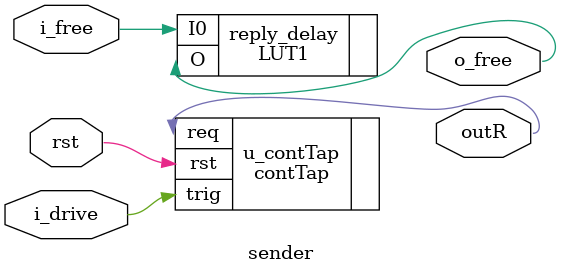
<source format=v>
`timescale 1ns / 1ps

module sender(
    input       i_drive     ,
    input       i_free      ,
    output      o_free      ,
    output      outR        ,
    input       rst     
);

contTap  u_contTap (
    .trig           ( i_drive   ),
    .req            ( outR      ),
    .rst            ( rst       )
);

LUT1 #(.INIT(2'b10)) reply_delay
(
    .O              ( o_free    ),
    .I0             ( i_free    )
);

endmodule

</source>
